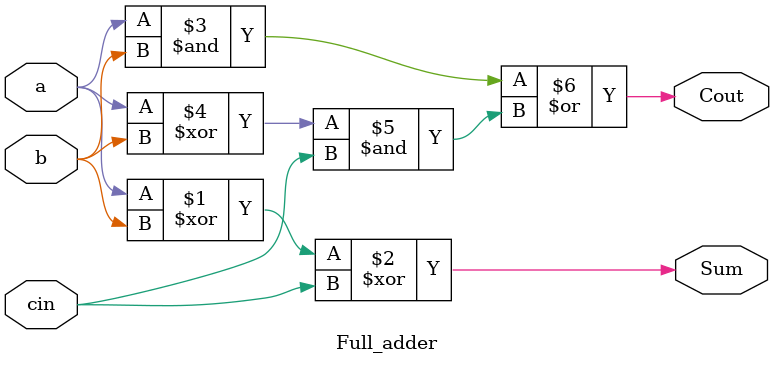
<source format=v>
`timescale 1ns / 1ps
module Full_adder(
    input a,b,cin,
    output Sum,Cout
    );
   assign Sum=a^b^cin;
   assign Cout= (a&b)|((a^b)&cin);
endmodule

</source>
